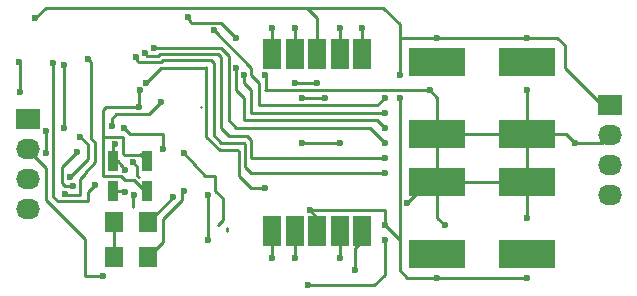
<source format=gbr>
G04 #@! TF.FileFunction,Copper,L1,Top,Signal*
%FSLAX46Y46*%
G04 Gerber Fmt 4.6, Leading zero omitted, Abs format (unit mm)*
G04 Created by KiCad (PCBNEW 4.0.5+dfsg1-4) date Sun Sep  9 21:49:08 2018*
%MOMM*%
%LPD*%
G01*
G04 APERTURE LIST*
%ADD10C,0.100000*%
%ADD11R,1.600000X2.500000*%
%ADD12R,1.597660X1.800860*%
%ADD13R,0.900000X1.700000*%
%ADD14R,4.700000X2.450000*%
%ADD15R,2.032000X1.727200*%
%ADD16O,2.032000X1.727200*%
%ADD17C,0.600000*%
%ADD18C,0.250000*%
G04 APERTURE END LIST*
D10*
D11*
X59563000Y-25520000D03*
X57663000Y-25520000D03*
X55763000Y-25520000D03*
X61463000Y-25520000D03*
X63363000Y-25520000D03*
X59563000Y-40520000D03*
X57663000Y-40520000D03*
X55763000Y-40520000D03*
X61463000Y-40520000D03*
X63363000Y-40520000D03*
D12*
X42395140Y-39751000D03*
X45234860Y-39751000D03*
X42395140Y-42672000D03*
X45234860Y-42672000D03*
D13*
X45138000Y-37084000D03*
X42238000Y-37084000D03*
X45138000Y-34544000D03*
X42238000Y-34544000D03*
D14*
X69723000Y-32258000D03*
X69723000Y-26162000D03*
X77343000Y-32258000D03*
X77343000Y-26162000D03*
X77343000Y-36322000D03*
X77343000Y-42418000D03*
X69723000Y-36322000D03*
X69723000Y-42418000D03*
D15*
X84328000Y-29845000D03*
D16*
X84328000Y-32385000D03*
X84328000Y-34925000D03*
X84328000Y-37465000D03*
D15*
X35052000Y-30988000D03*
D16*
X35052000Y-33528000D03*
X35052000Y-36068000D03*
X35052000Y-38608000D03*
D17*
X35687000Y-22479000D03*
X42395140Y-39751000D03*
X65278000Y-40005000D03*
X34417000Y-28702000D03*
X34290000Y-26162000D03*
X66548000Y-29210000D03*
X66548000Y-27305000D03*
X77343000Y-44450000D03*
X69723000Y-44450000D03*
X58928000Y-38735000D03*
X77343000Y-24130000D03*
X69723000Y-24130000D03*
X59563000Y-25400000D03*
X60198000Y-29210000D03*
X58293000Y-29210000D03*
X57658000Y-23315000D03*
X55753000Y-23315000D03*
X61468000Y-23315000D03*
X63373000Y-23315000D03*
X57658000Y-42725000D03*
X55753000Y-42725000D03*
X61468000Y-42725000D03*
X62738000Y-43815000D03*
X81407000Y-32996000D03*
X77343000Y-28575000D03*
X41402000Y-44323000D03*
X77343000Y-32258000D03*
X67183000Y-38100000D03*
X65278000Y-41275000D03*
X58801000Y-45085000D03*
X44450000Y-29972000D03*
X44577000Y-28575000D03*
X55118000Y-27305000D03*
X69088000Y-28575000D03*
X77343000Y-39370000D03*
X70358000Y-40005000D03*
X50292000Y-41275000D03*
X50292000Y-37465000D03*
X40132000Y-25908000D03*
X38227000Y-37338000D03*
X39243000Y-33782000D03*
X46355000Y-29591000D03*
X42164000Y-31623000D03*
X38862000Y-36703000D03*
X47371000Y-37592000D03*
X48260000Y-37084000D03*
X65278000Y-35560000D03*
X44196000Y-25781000D03*
X65278000Y-34290000D03*
X44958000Y-25400000D03*
X65278000Y-33020000D03*
X45720000Y-25019000D03*
X48623220Y-22334220D03*
X52705000Y-24130000D03*
X52705000Y-26670000D03*
X65278000Y-31750000D03*
X53340000Y-27305000D03*
X65278000Y-30480000D03*
X50800000Y-23495000D03*
X65278000Y-29210000D03*
X55118000Y-36830000D03*
X45085000Y-27940000D03*
X48260000Y-33909000D03*
X43942000Y-34671000D03*
X39497000Y-32512000D03*
X38608000Y-35941000D03*
X36576000Y-32004000D03*
X36576000Y-33909000D03*
X38100000Y-26416000D03*
X38100000Y-31750000D03*
X40767000Y-36576000D03*
X37211000Y-26289000D03*
X43307000Y-37211000D03*
X42418000Y-33147000D03*
X46482000Y-33528000D03*
X43180000Y-31750000D03*
X44069000Y-37465000D03*
X43307000Y-35306000D03*
X68273000Y-26670000D03*
X75893000Y-26670000D03*
X78793000Y-41910000D03*
X71173000Y-41910000D03*
X57658000Y-27940000D03*
X59563000Y-27940000D03*
X61468000Y-33020000D03*
X58293000Y-33020000D03*
D18*
X51943000Y-40259000D02*
X51943000Y-40513000D01*
X49714998Y-29969249D02*
X49717749Y-29969249D01*
X49717749Y-29969249D02*
X49714998Y-29969249D01*
X49714998Y-29969249D02*
X49717749Y-29972000D01*
X58166000Y-21590000D02*
X52070000Y-21590000D01*
X52070000Y-21590000D02*
X51943000Y-21590000D01*
X36576000Y-21590000D02*
X51943000Y-21590000D01*
X35687000Y-22479000D02*
X36576000Y-21590000D01*
X77343000Y-24130000D02*
X79883000Y-24130000D01*
X80518000Y-26670000D02*
X80518000Y-24765000D01*
X80518000Y-24765000D02*
X79883000Y-24130000D01*
X80518000Y-26670000D02*
X83693000Y-29845000D01*
X42395140Y-42672000D02*
X42395140Y-39751000D01*
X66548000Y-24130000D02*
X66548000Y-22987000D01*
X65151000Y-21590000D02*
X58166000Y-21590000D01*
X66548000Y-22987000D02*
X65151000Y-21590000D01*
X58166000Y-21590000D02*
X58674000Y-21590000D01*
X58674000Y-21590000D02*
X59563000Y-22479000D01*
X59563000Y-22479000D02*
X59563000Y-25520000D01*
X34417000Y-26289000D02*
X34417000Y-28702000D01*
X34290000Y-26162000D02*
X34417000Y-26289000D01*
X84328000Y-29845000D02*
X83693000Y-29845000D01*
X65278000Y-40005000D02*
X65278000Y-38735000D01*
X65278000Y-38735000D02*
X58928000Y-38735000D01*
X69723000Y-24130000D02*
X66548000Y-24130000D01*
X66548000Y-29210000D02*
X66548000Y-41275000D01*
X66548000Y-24130000D02*
X66548000Y-27305000D01*
X69723000Y-44450000D02*
X77343000Y-44450000D01*
X65278000Y-40005000D02*
X66548000Y-41275000D01*
X67183000Y-44450000D02*
X69723000Y-44450000D01*
X66548000Y-41275000D02*
X66548000Y-43815000D01*
X66548000Y-43815000D02*
X67183000Y-44450000D01*
X58928000Y-38735000D02*
X59563000Y-39370000D01*
X59563000Y-39370000D02*
X59563000Y-40520000D01*
X69723000Y-24130000D02*
X77343000Y-24130000D01*
X59563000Y-25400000D02*
X59563000Y-25520000D01*
X58293000Y-29210000D02*
X60198000Y-29210000D01*
X57663000Y-25520000D02*
X57663000Y-23320000D01*
X57663000Y-23320000D02*
X57658000Y-23315000D01*
X55763000Y-25520000D02*
X55763000Y-23325000D01*
X55763000Y-23325000D02*
X55753000Y-23315000D01*
X61463000Y-25520000D02*
X61463000Y-23320000D01*
X61463000Y-23320000D02*
X61468000Y-23315000D01*
X63363000Y-25520000D02*
X63363000Y-23325000D01*
X63363000Y-23325000D02*
X63373000Y-23315000D01*
X57663000Y-40520000D02*
X57663000Y-42720000D01*
X57663000Y-42720000D02*
X57658000Y-42725000D01*
X55763000Y-40520000D02*
X55763000Y-42715000D01*
X55763000Y-42715000D02*
X55753000Y-42725000D01*
X61463000Y-40520000D02*
X61463000Y-42720000D01*
X61463000Y-42720000D02*
X61468000Y-42725000D01*
X63363000Y-40520000D02*
X63363000Y-41285000D01*
X63363000Y-41285000D02*
X62738000Y-41910000D01*
X62738000Y-41910000D02*
X62738000Y-43815000D01*
X77343000Y-32258000D02*
X80669000Y-32258000D01*
X83717000Y-32996000D02*
X81407000Y-32996000D01*
X80669000Y-32258000D02*
X81407000Y-32996000D01*
X77343000Y-28575000D02*
X77343000Y-32258000D01*
X39878000Y-44323000D02*
X39878000Y-41148000D01*
X39878000Y-41148000D02*
X36576000Y-37846000D01*
X42164000Y-32512000D02*
X41402000Y-32512000D01*
X43079500Y-32512000D02*
X42164000Y-32512000D01*
X43688000Y-29972000D02*
X41656000Y-29972000D01*
X41656000Y-29972000D02*
X41402000Y-30226000D01*
X41402000Y-30226000D02*
X41402000Y-32258000D01*
X41402000Y-32258000D02*
X41402000Y-32512000D01*
X41402000Y-32512000D02*
X41402000Y-33274000D01*
X43079500Y-32512000D02*
X43079500Y-33882500D01*
X44577000Y-34036000D02*
X44577000Y-33983000D01*
X44630000Y-34036000D02*
X44577000Y-34036000D01*
X43233000Y-34036000D02*
X44630000Y-34036000D01*
X43079500Y-33882500D02*
X43233000Y-34036000D01*
X45138000Y-37084000D02*
X44956602Y-37084000D01*
X44956602Y-37084000D02*
X44067602Y-36195000D01*
X42926000Y-35814000D02*
X43307000Y-36195000D01*
X42799000Y-35814000D02*
X41402000Y-35814000D01*
X41402000Y-33274000D02*
X41402000Y-34671000D01*
X41402000Y-35814000D02*
X41402000Y-34671000D01*
X42799000Y-35814000D02*
X42926000Y-35814000D01*
X44067602Y-36195000D02*
X43307000Y-36195000D01*
X44577000Y-33983000D02*
X45138000Y-34544000D01*
X39878000Y-44323000D02*
X41402000Y-44323000D01*
X36576000Y-37846000D02*
X36576000Y-35179000D01*
X44450000Y-29972000D02*
X43688000Y-29972000D01*
X35052000Y-33655000D02*
X36576000Y-35179000D01*
X35052000Y-33528000D02*
X35052000Y-33655000D01*
X83717000Y-32996000D02*
X84328000Y-32385000D01*
X84201000Y-32258000D02*
X84328000Y-32385000D01*
X55245000Y-28575000D02*
X55245000Y-27432000D01*
X55245000Y-27432000D02*
X55118000Y-27305000D01*
X58801000Y-45085000D02*
X64389000Y-45085000D01*
X67183000Y-38100000D02*
X68961000Y-36322000D01*
X65278000Y-44196000D02*
X65278000Y-41275000D01*
X64389000Y-45085000D02*
X65278000Y-44196000D01*
X44450000Y-28702000D02*
X44450000Y-29972000D01*
X44577000Y-28575000D02*
X44450000Y-28702000D01*
X84201000Y-32258000D02*
X84328000Y-32385000D01*
X68961000Y-36322000D02*
X69723000Y-36322000D01*
X55118000Y-28575000D02*
X55245000Y-28575000D01*
X55245000Y-28575000D02*
X69088000Y-28575000D01*
X69723000Y-36322000D02*
X77343000Y-36322000D01*
X69723000Y-32258000D02*
X77343000Y-32258000D01*
X77343000Y-32258000D02*
X77343000Y-36322000D01*
X69723000Y-32258000D02*
X69723000Y-36322000D01*
X69723000Y-29210000D02*
X69723000Y-32258000D01*
X69088000Y-28575000D02*
X69723000Y-29210000D01*
X77343000Y-39370000D02*
X77343000Y-36322000D01*
X70358000Y-40005000D02*
X69723000Y-39370000D01*
X69723000Y-39370000D02*
X69723000Y-36322000D01*
X50292000Y-41021000D02*
X50292000Y-41275000D01*
X50292000Y-37465000D02*
X50292000Y-41021000D01*
X39497000Y-36703000D02*
X39497000Y-36068000D01*
X40386000Y-26162000D02*
X40132000Y-25908000D01*
X40767000Y-33020000D02*
X40386000Y-32639000D01*
X40767000Y-34671000D02*
X40767000Y-33020000D01*
X39878000Y-35560000D02*
X40767000Y-34671000D01*
X40386000Y-32639000D02*
X40386000Y-26162000D01*
X38354000Y-37465000D02*
X38227000Y-37338000D01*
X38354000Y-37465000D02*
X39497000Y-37465000D01*
X39497000Y-36703000D02*
X39497000Y-37465000D01*
X39497000Y-36068000D02*
X39878000Y-35687000D01*
X39878000Y-35687000D02*
X39878000Y-35560000D01*
X42164000Y-31623000D02*
X42164000Y-30988000D01*
X42545000Y-30607000D02*
X45339000Y-30607000D01*
X42164000Y-30988000D02*
X42545000Y-30607000D01*
X37973000Y-35306000D02*
X37973000Y-36449000D01*
X39243000Y-33782000D02*
X37973000Y-35052000D01*
X37973000Y-35052000D02*
X37973000Y-35306000D01*
X46355000Y-29591000D02*
X45339000Y-30607000D01*
X38227000Y-36703000D02*
X38862000Y-36703000D01*
X37973000Y-36449000D02*
X38227000Y-36703000D01*
X45234860Y-39751000D02*
X45339000Y-39751000D01*
X45339000Y-39751000D02*
X47371000Y-37592000D01*
X45234860Y-39751000D02*
X45234860Y-39093140D01*
X46482000Y-40005000D02*
X46482000Y-41424860D01*
X48260000Y-37084000D02*
X48133000Y-37211000D01*
X48133000Y-37211000D02*
X48133000Y-37846000D01*
X48133000Y-37846000D02*
X46482000Y-39497000D01*
X46482000Y-39497000D02*
X46482000Y-40005000D01*
X46482000Y-41424860D02*
X45234860Y-42672000D01*
X54610000Y-35560000D02*
X65278000Y-35560000D01*
X53467000Y-35052000D02*
X53975000Y-35560000D01*
X53975000Y-35560000D02*
X54610000Y-35560000D01*
X50800000Y-27305000D02*
X50800000Y-26289000D01*
X44196000Y-25781000D02*
X44418250Y-26162000D01*
X50800000Y-32385000D02*
X51435000Y-33020000D01*
X50800000Y-27940000D02*
X50800000Y-32385000D01*
X53340000Y-33020000D02*
X53467000Y-33147000D01*
X53467000Y-33147000D02*
X53467000Y-35052000D01*
X51435000Y-33020000D02*
X53340000Y-33020000D01*
X50800000Y-27305000D02*
X50800000Y-27940000D01*
X50800000Y-26289000D02*
X50546000Y-26035000D01*
X50546000Y-26035000D02*
X46482000Y-26035000D01*
X46482000Y-26035000D02*
X46355000Y-26162000D01*
X46355000Y-26162000D02*
X44418250Y-26162000D01*
X53467000Y-35052000D02*
X53467000Y-34925000D01*
X53467000Y-34925000D02*
X53467000Y-35052000D01*
X54610000Y-34290000D02*
X65278000Y-34290000D01*
X51435000Y-26670000D02*
X51435000Y-25781000D01*
X45110400Y-25654000D02*
X44958000Y-25400000D01*
X46101000Y-25654000D02*
X45110400Y-25654000D01*
X46228000Y-25527000D02*
X46101000Y-25654000D01*
X51181000Y-25527000D02*
X46228000Y-25527000D01*
X51435000Y-25781000D02*
X51181000Y-25527000D01*
X52133500Y-32448500D02*
X51435000Y-31750000D01*
X53975000Y-34290000D02*
X54610000Y-34290000D01*
X53657500Y-32448500D02*
X53975000Y-32766000D01*
X53975000Y-32766000D02*
X53975000Y-34290000D01*
X52133500Y-32448500D02*
X53657500Y-32448500D01*
X51435000Y-31750000D02*
X51435000Y-26670000D01*
X64008000Y-31750000D02*
X54610000Y-31750000D01*
X52705000Y-31750000D02*
X54610000Y-31750000D01*
X45720000Y-25019000D02*
X51435000Y-25019000D01*
X52070000Y-25654000D02*
X52070000Y-26162000D01*
X51435000Y-25019000D02*
X52070000Y-25654000D01*
X52070000Y-26162000D02*
X52070000Y-26670000D01*
X52070000Y-31115000D02*
X52705000Y-31750000D01*
X52070000Y-26670000D02*
X52070000Y-31115000D01*
X65278000Y-33020000D02*
X64008000Y-31750000D01*
X54610000Y-31115000D02*
X64643000Y-31115000D01*
X53340000Y-31115000D02*
X54610000Y-31115000D01*
X48895000Y-22860000D02*
X49530000Y-22860000D01*
X48623220Y-22334220D02*
X48895000Y-22860000D01*
X52705000Y-26670000D02*
X52705000Y-28575000D01*
X52705000Y-28575000D02*
X53340000Y-29210000D01*
X53340000Y-29210000D02*
X53340000Y-31115000D01*
X65278000Y-31750000D02*
X64643000Y-31115000D01*
X49530000Y-22860000D02*
X51435000Y-22860000D01*
X51435000Y-22860000D02*
X52705000Y-24130000D01*
X54610000Y-30480000D02*
X65278000Y-30480000D01*
X54610000Y-30480000D02*
X53975000Y-30480000D01*
X53340000Y-27940000D02*
X53340000Y-27305000D01*
X53975000Y-28575000D02*
X53340000Y-27940000D01*
X53975000Y-30480000D02*
X53975000Y-28575000D01*
X64643000Y-29845000D02*
X54610000Y-29845000D01*
X54610000Y-29845000D02*
X54610000Y-27940000D01*
X54610000Y-27940000D02*
X53975000Y-27305000D01*
X53975000Y-26670000D02*
X50800000Y-23495000D01*
X65278000Y-29210000D02*
X64643000Y-29845000D01*
X53975000Y-27305000D02*
X53975000Y-26670000D01*
X54483000Y-36830000D02*
X55118000Y-36830000D01*
X54610000Y-36830000D02*
X54483000Y-36830000D01*
X54483000Y-36830000D02*
X54102000Y-36830000D01*
X54102000Y-36830000D02*
X53975000Y-36830000D01*
X50167751Y-28067000D02*
X50167751Y-26614753D01*
X46355000Y-26670000D02*
X45085000Y-27940000D01*
X50112504Y-26670000D02*
X46355000Y-26670000D01*
X50167751Y-26614753D02*
X50112504Y-26670000D01*
X50167751Y-32509249D02*
X50167751Y-28067000D01*
X52959000Y-35814000D02*
X52959000Y-33782000D01*
X52959000Y-33782000D02*
X52831301Y-33654301D01*
X52831301Y-33654301D02*
X51312803Y-33654301D01*
X51312803Y-33654301D02*
X50167751Y-32509249D01*
X53975000Y-36830000D02*
X52959000Y-35814000D01*
X53975000Y-36830000D02*
X53467000Y-36322000D01*
X52959000Y-35814000D02*
X53340000Y-36195000D01*
X51562000Y-39571000D02*
X51562000Y-37719000D01*
X50927000Y-37084000D02*
X51562000Y-37719000D01*
X50038000Y-35814000D02*
X50927000Y-35814000D01*
X48260000Y-33909000D02*
X50038000Y-35814000D01*
X50927000Y-35814000D02*
X50927000Y-37084000D01*
X51562000Y-39571000D02*
X51128000Y-40005000D01*
X44323000Y-35687000D02*
X44323000Y-35814000D01*
X43942000Y-34671000D02*
X44323000Y-35052000D01*
X44323000Y-35052000D02*
X44323000Y-35687000D01*
X44323000Y-35814000D02*
X44450000Y-35941000D01*
X40132000Y-34417000D02*
X40132000Y-33147000D01*
X40132000Y-33147000D02*
X39497000Y-32512000D01*
X40132000Y-34417000D02*
X40132000Y-34290000D01*
X38608000Y-35941000D02*
X40132000Y-34417000D01*
X36576000Y-33909000D02*
X36576000Y-32004000D01*
X38100000Y-31750000D02*
X38100000Y-26416000D01*
X40132000Y-37973000D02*
X40132000Y-37211000D01*
X40132000Y-37211000D02*
X40767000Y-36576000D01*
X37211000Y-35560000D02*
X37211000Y-37592000D01*
X37592000Y-37973000D02*
X40132000Y-37973000D01*
X37211000Y-37592000D02*
X37592000Y-37973000D01*
X37211000Y-27305000D02*
X37211000Y-35560000D01*
X37211000Y-26289000D02*
X37211000Y-27305000D01*
X42926000Y-37084000D02*
X42238000Y-37084000D01*
X43307000Y-37211000D02*
X42926000Y-37084000D01*
X42238000Y-33327000D02*
X42418000Y-33147000D01*
X42238000Y-34544000D02*
X42238000Y-33327000D01*
X46482000Y-33528000D02*
X46482000Y-32258000D01*
X46482000Y-32258000D02*
X43688000Y-32258000D01*
X43180000Y-31750000D02*
X43688000Y-32258000D01*
X43942000Y-37592000D02*
X43942000Y-38354000D01*
X43942000Y-38354000D02*
X43942000Y-38481000D01*
X44069000Y-37465000D02*
X43942000Y-37592000D01*
X42672000Y-34544000D02*
X43307000Y-35306000D01*
X42238000Y-34544000D02*
X42672000Y-34544000D01*
X68273000Y-26670000D02*
X68781000Y-26162000D01*
X68781000Y-26162000D02*
X69723000Y-26162000D01*
X75893000Y-26670000D02*
X76401000Y-26162000D01*
X76401000Y-26162000D02*
X77343000Y-26162000D01*
X78793000Y-41910000D02*
X78285000Y-42418000D01*
X78285000Y-42418000D02*
X77343000Y-42418000D01*
X71173000Y-41910000D02*
X70665000Y-42418000D01*
X70665000Y-42418000D02*
X69723000Y-42418000D01*
X59563000Y-27940000D02*
X57658000Y-27940000D01*
X58293000Y-33020000D02*
X61468000Y-33020000D01*
M02*

</source>
